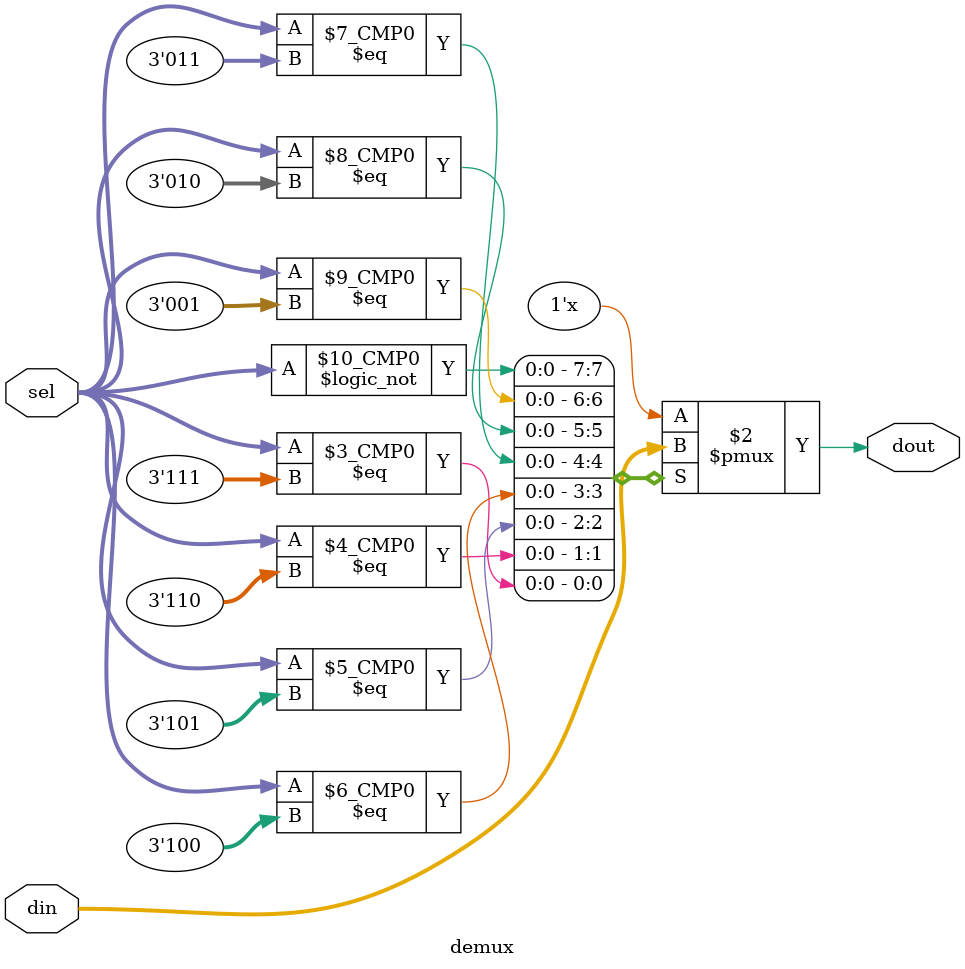
<source format=v>
module demux(
  input [7:0] din,
  input [2:0] sel,
  output reg dout);

always @ (din or sel)
  case (sel)
    0 : dout = din[7];
    1 : dout = din[6];
    2 : dout = din[5];
    3 : dout = din[4];
    4 : dout = din[3];
    5 : dout = din[2];
    6 : dout = din[1];
    7 : dout = din[0];
  endcase

endmodule
</source>
